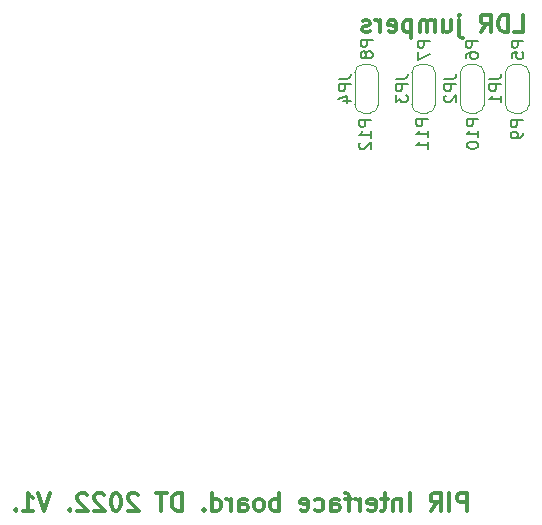
<source format=gbr>
G04 #@! TF.GenerationSoftware,KiCad,Pcbnew,(5.1.4)-1*
G04 #@! TF.CreationDate,2023-02-10T17:26:26+00:00*
G04 #@! TF.ProjectId,PIR InterfaceBoard,50495220-496e-4746-9572-66616365426f,rev?*
G04 #@! TF.SameCoordinates,Original*
G04 #@! TF.FileFunction,Legend,Bot*
G04 #@! TF.FilePolarity,Positive*
%FSLAX46Y46*%
G04 Gerber Fmt 4.6, Leading zero omitted, Abs format (unit mm)*
G04 Created by KiCad (PCBNEW (5.1.4)-1) date 2023-02-10 17:26:26*
%MOMM*%
%LPD*%
G04 APERTURE LIST*
%ADD10C,0.300000*%
%ADD11C,0.120000*%
%ADD12C,0.150000*%
G04 APERTURE END LIST*
D10*
X163007714Y-57511071D02*
X163722000Y-57511071D01*
X163722000Y-56011071D01*
X162507714Y-57511071D02*
X162507714Y-56011071D01*
X162150571Y-56011071D01*
X161936285Y-56082500D01*
X161793428Y-56225357D01*
X161722000Y-56368214D01*
X161650571Y-56653928D01*
X161650571Y-56868214D01*
X161722000Y-57153928D01*
X161793428Y-57296785D01*
X161936285Y-57439642D01*
X162150571Y-57511071D01*
X162507714Y-57511071D01*
X160150571Y-57511071D02*
X160650571Y-56796785D01*
X161007714Y-57511071D02*
X161007714Y-56011071D01*
X160436285Y-56011071D01*
X160293428Y-56082500D01*
X160222000Y-56153928D01*
X160150571Y-56296785D01*
X160150571Y-56511071D01*
X160222000Y-56653928D01*
X160293428Y-56725357D01*
X160436285Y-56796785D01*
X161007714Y-56796785D01*
X158364857Y-56511071D02*
X158364857Y-57796785D01*
X158436285Y-57939642D01*
X158579142Y-58011071D01*
X158650571Y-58011071D01*
X158364857Y-56011071D02*
X158436285Y-56082500D01*
X158364857Y-56153928D01*
X158293428Y-56082500D01*
X158364857Y-56011071D01*
X158364857Y-56153928D01*
X157007714Y-56511071D02*
X157007714Y-57511071D01*
X157650571Y-56511071D02*
X157650571Y-57296785D01*
X157579142Y-57439642D01*
X157436285Y-57511071D01*
X157222000Y-57511071D01*
X157079142Y-57439642D01*
X157007714Y-57368214D01*
X156293428Y-57511071D02*
X156293428Y-56511071D01*
X156293428Y-56653928D02*
X156222000Y-56582500D01*
X156079142Y-56511071D01*
X155864857Y-56511071D01*
X155722000Y-56582500D01*
X155650571Y-56725357D01*
X155650571Y-57511071D01*
X155650571Y-56725357D02*
X155579142Y-56582500D01*
X155436285Y-56511071D01*
X155222000Y-56511071D01*
X155079142Y-56582500D01*
X155007714Y-56725357D01*
X155007714Y-57511071D01*
X154293428Y-56511071D02*
X154293428Y-58011071D01*
X154293428Y-56582500D02*
X154150571Y-56511071D01*
X153864857Y-56511071D01*
X153722000Y-56582500D01*
X153650571Y-56653928D01*
X153579142Y-56796785D01*
X153579142Y-57225357D01*
X153650571Y-57368214D01*
X153722000Y-57439642D01*
X153864857Y-57511071D01*
X154150571Y-57511071D01*
X154293428Y-57439642D01*
X152364857Y-57439642D02*
X152507714Y-57511071D01*
X152793428Y-57511071D01*
X152936285Y-57439642D01*
X153007714Y-57296785D01*
X153007714Y-56725357D01*
X152936285Y-56582500D01*
X152793428Y-56511071D01*
X152507714Y-56511071D01*
X152364857Y-56582500D01*
X152293428Y-56725357D01*
X152293428Y-56868214D01*
X153007714Y-57011071D01*
X151650571Y-57511071D02*
X151650571Y-56511071D01*
X151650571Y-56796785D02*
X151579142Y-56653928D01*
X151507714Y-56582500D01*
X151364857Y-56511071D01*
X151222000Y-56511071D01*
X150793428Y-57439642D02*
X150650571Y-57511071D01*
X150364857Y-57511071D01*
X150222000Y-57439642D01*
X150150571Y-57296785D01*
X150150571Y-57225357D01*
X150222000Y-57082500D01*
X150364857Y-57011071D01*
X150579142Y-57011071D01*
X150722000Y-56939642D01*
X150793428Y-56796785D01*
X150793428Y-56725357D01*
X150722000Y-56582500D01*
X150579142Y-56511071D01*
X150364857Y-56511071D01*
X150222000Y-56582500D01*
X158997642Y-98024071D02*
X158997642Y-96524071D01*
X158426214Y-96524071D01*
X158283357Y-96595500D01*
X158211928Y-96666928D01*
X158140500Y-96809785D01*
X158140500Y-97024071D01*
X158211928Y-97166928D01*
X158283357Y-97238357D01*
X158426214Y-97309785D01*
X158997642Y-97309785D01*
X157497642Y-98024071D02*
X157497642Y-96524071D01*
X155926214Y-98024071D02*
X156426214Y-97309785D01*
X156783357Y-98024071D02*
X156783357Y-96524071D01*
X156211928Y-96524071D01*
X156069071Y-96595500D01*
X155997642Y-96666928D01*
X155926214Y-96809785D01*
X155926214Y-97024071D01*
X155997642Y-97166928D01*
X156069071Y-97238357D01*
X156211928Y-97309785D01*
X156783357Y-97309785D01*
X154140500Y-98024071D02*
X154140500Y-96524071D01*
X153426214Y-97024071D02*
X153426214Y-98024071D01*
X153426214Y-97166928D02*
X153354785Y-97095500D01*
X153211928Y-97024071D01*
X152997642Y-97024071D01*
X152854785Y-97095500D01*
X152783357Y-97238357D01*
X152783357Y-98024071D01*
X152283357Y-97024071D02*
X151711928Y-97024071D01*
X152069071Y-96524071D02*
X152069071Y-97809785D01*
X151997642Y-97952642D01*
X151854785Y-98024071D01*
X151711928Y-98024071D01*
X150640500Y-97952642D02*
X150783357Y-98024071D01*
X151069071Y-98024071D01*
X151211928Y-97952642D01*
X151283357Y-97809785D01*
X151283357Y-97238357D01*
X151211928Y-97095500D01*
X151069071Y-97024071D01*
X150783357Y-97024071D01*
X150640500Y-97095500D01*
X150569071Y-97238357D01*
X150569071Y-97381214D01*
X151283357Y-97524071D01*
X149926214Y-98024071D02*
X149926214Y-97024071D01*
X149926214Y-97309785D02*
X149854785Y-97166928D01*
X149783357Y-97095500D01*
X149640500Y-97024071D01*
X149497642Y-97024071D01*
X149211928Y-97024071D02*
X148640500Y-97024071D01*
X148997642Y-98024071D02*
X148997642Y-96738357D01*
X148926214Y-96595500D01*
X148783357Y-96524071D01*
X148640500Y-96524071D01*
X147497642Y-98024071D02*
X147497642Y-97238357D01*
X147569071Y-97095500D01*
X147711928Y-97024071D01*
X147997642Y-97024071D01*
X148140500Y-97095500D01*
X147497642Y-97952642D02*
X147640500Y-98024071D01*
X147997642Y-98024071D01*
X148140500Y-97952642D01*
X148211928Y-97809785D01*
X148211928Y-97666928D01*
X148140500Y-97524071D01*
X147997642Y-97452642D01*
X147640500Y-97452642D01*
X147497642Y-97381214D01*
X146140500Y-97952642D02*
X146283357Y-98024071D01*
X146569071Y-98024071D01*
X146711928Y-97952642D01*
X146783357Y-97881214D01*
X146854785Y-97738357D01*
X146854785Y-97309785D01*
X146783357Y-97166928D01*
X146711928Y-97095500D01*
X146569071Y-97024071D01*
X146283357Y-97024071D01*
X146140500Y-97095500D01*
X144926214Y-97952642D02*
X145069071Y-98024071D01*
X145354785Y-98024071D01*
X145497642Y-97952642D01*
X145569071Y-97809785D01*
X145569071Y-97238357D01*
X145497642Y-97095500D01*
X145354785Y-97024071D01*
X145069071Y-97024071D01*
X144926214Y-97095500D01*
X144854785Y-97238357D01*
X144854785Y-97381214D01*
X145569071Y-97524071D01*
X143069071Y-98024071D02*
X143069071Y-96524071D01*
X143069071Y-97095500D02*
X142926214Y-97024071D01*
X142640500Y-97024071D01*
X142497642Y-97095500D01*
X142426214Y-97166928D01*
X142354785Y-97309785D01*
X142354785Y-97738357D01*
X142426214Y-97881214D01*
X142497642Y-97952642D01*
X142640500Y-98024071D01*
X142926214Y-98024071D01*
X143069071Y-97952642D01*
X141497642Y-98024071D02*
X141640500Y-97952642D01*
X141711928Y-97881214D01*
X141783357Y-97738357D01*
X141783357Y-97309785D01*
X141711928Y-97166928D01*
X141640500Y-97095500D01*
X141497642Y-97024071D01*
X141283357Y-97024071D01*
X141140500Y-97095500D01*
X141069071Y-97166928D01*
X140997642Y-97309785D01*
X140997642Y-97738357D01*
X141069071Y-97881214D01*
X141140500Y-97952642D01*
X141283357Y-98024071D01*
X141497642Y-98024071D01*
X139711928Y-98024071D02*
X139711928Y-97238357D01*
X139783357Y-97095500D01*
X139926214Y-97024071D01*
X140211928Y-97024071D01*
X140354785Y-97095500D01*
X139711928Y-97952642D02*
X139854785Y-98024071D01*
X140211928Y-98024071D01*
X140354785Y-97952642D01*
X140426214Y-97809785D01*
X140426214Y-97666928D01*
X140354785Y-97524071D01*
X140211928Y-97452642D01*
X139854785Y-97452642D01*
X139711928Y-97381214D01*
X138997642Y-98024071D02*
X138997642Y-97024071D01*
X138997642Y-97309785D02*
X138926214Y-97166928D01*
X138854785Y-97095500D01*
X138711928Y-97024071D01*
X138569071Y-97024071D01*
X137426214Y-98024071D02*
X137426214Y-96524071D01*
X137426214Y-97952642D02*
X137569071Y-98024071D01*
X137854785Y-98024071D01*
X137997642Y-97952642D01*
X138069071Y-97881214D01*
X138140500Y-97738357D01*
X138140500Y-97309785D01*
X138069071Y-97166928D01*
X137997642Y-97095500D01*
X137854785Y-97024071D01*
X137569071Y-97024071D01*
X137426214Y-97095500D01*
X136711928Y-97881214D02*
X136640500Y-97952642D01*
X136711928Y-98024071D01*
X136783357Y-97952642D01*
X136711928Y-97881214D01*
X136711928Y-98024071D01*
X134854785Y-98024071D02*
X134854785Y-96524071D01*
X134497642Y-96524071D01*
X134283357Y-96595500D01*
X134140500Y-96738357D01*
X134069071Y-96881214D01*
X133997642Y-97166928D01*
X133997642Y-97381214D01*
X134069071Y-97666928D01*
X134140500Y-97809785D01*
X134283357Y-97952642D01*
X134497642Y-98024071D01*
X134854785Y-98024071D01*
X133569071Y-96524071D02*
X132711928Y-96524071D01*
X133140500Y-98024071D02*
X133140500Y-96524071D01*
X131140500Y-96666928D02*
X131069071Y-96595500D01*
X130926214Y-96524071D01*
X130569071Y-96524071D01*
X130426214Y-96595500D01*
X130354785Y-96666928D01*
X130283357Y-96809785D01*
X130283357Y-96952642D01*
X130354785Y-97166928D01*
X131211928Y-98024071D01*
X130283357Y-98024071D01*
X129354785Y-96524071D02*
X129211928Y-96524071D01*
X129069071Y-96595500D01*
X128997642Y-96666928D01*
X128926214Y-96809785D01*
X128854785Y-97095500D01*
X128854785Y-97452642D01*
X128926214Y-97738357D01*
X128997642Y-97881214D01*
X129069071Y-97952642D01*
X129211928Y-98024071D01*
X129354785Y-98024071D01*
X129497642Y-97952642D01*
X129569071Y-97881214D01*
X129640500Y-97738357D01*
X129711928Y-97452642D01*
X129711928Y-97095500D01*
X129640500Y-96809785D01*
X129569071Y-96666928D01*
X129497642Y-96595500D01*
X129354785Y-96524071D01*
X128283357Y-96666928D02*
X128211928Y-96595500D01*
X128069071Y-96524071D01*
X127711928Y-96524071D01*
X127569071Y-96595500D01*
X127497642Y-96666928D01*
X127426214Y-96809785D01*
X127426214Y-96952642D01*
X127497642Y-97166928D01*
X128354785Y-98024071D01*
X127426214Y-98024071D01*
X126854785Y-96666928D02*
X126783357Y-96595500D01*
X126640500Y-96524071D01*
X126283357Y-96524071D01*
X126140500Y-96595500D01*
X126069071Y-96666928D01*
X125997642Y-96809785D01*
X125997642Y-96952642D01*
X126069071Y-97166928D01*
X126926214Y-98024071D01*
X125997642Y-98024071D01*
X125354785Y-97881214D02*
X125283357Y-97952642D01*
X125354785Y-98024071D01*
X125426214Y-97952642D01*
X125354785Y-97881214D01*
X125354785Y-98024071D01*
X123711928Y-96524071D02*
X123211928Y-98024071D01*
X122711928Y-96524071D01*
X121426214Y-98024071D02*
X122283357Y-98024071D01*
X121854785Y-98024071D02*
X121854785Y-96524071D01*
X121997642Y-96738357D01*
X122140500Y-96881214D01*
X122283357Y-96952642D01*
X120783357Y-97881214D02*
X120711928Y-97952642D01*
X120783357Y-98024071D01*
X120854785Y-97952642D01*
X120783357Y-97881214D01*
X120783357Y-98024071D01*
D11*
X150195000Y-60243500D02*
G75*
G03X149495000Y-60943500I0J-700000D01*
G01*
X151495000Y-60943500D02*
G75*
G03X150795000Y-60243500I-700000J0D01*
G01*
X150795000Y-64343500D02*
G75*
G03X151495000Y-63643500I0J700000D01*
G01*
X149495000Y-63643500D02*
G75*
G03X150195000Y-64343500I700000J0D01*
G01*
X149495000Y-60893500D02*
X149495000Y-63693500D01*
X150195000Y-64343500D02*
X150795000Y-64343500D01*
X151495000Y-63693500D02*
X151495000Y-60893500D01*
X150795000Y-60243500D02*
X150195000Y-60243500D01*
X155021000Y-60243500D02*
G75*
G03X154321000Y-60943500I0J-700000D01*
G01*
X156321000Y-60943500D02*
G75*
G03X155621000Y-60243500I-700000J0D01*
G01*
X155621000Y-64343500D02*
G75*
G03X156321000Y-63643500I0J700000D01*
G01*
X154321000Y-63643500D02*
G75*
G03X155021000Y-64343500I700000J0D01*
G01*
X154321000Y-60893500D02*
X154321000Y-63693500D01*
X155021000Y-64343500D02*
X155621000Y-64343500D01*
X156321000Y-63693500D02*
X156321000Y-60893500D01*
X155621000Y-60243500D02*
X155021000Y-60243500D01*
X159148500Y-60243500D02*
G75*
G03X158448500Y-60943500I0J-700000D01*
G01*
X160448500Y-60943500D02*
G75*
G03X159748500Y-60243500I-700000J0D01*
G01*
X159748500Y-64343500D02*
G75*
G03X160448500Y-63643500I0J700000D01*
G01*
X158448500Y-63643500D02*
G75*
G03X159148500Y-64343500I700000J0D01*
G01*
X158448500Y-60893500D02*
X158448500Y-63693500D01*
X159148500Y-64343500D02*
X159748500Y-64343500D01*
X160448500Y-63693500D02*
X160448500Y-60893500D01*
X159748500Y-60243500D02*
X159148500Y-60243500D01*
X162958500Y-60243500D02*
G75*
G03X162258500Y-60943500I0J-700000D01*
G01*
X164258500Y-60943500D02*
G75*
G03X163558500Y-60243500I-700000J0D01*
G01*
X163558500Y-64343500D02*
G75*
G03X164258500Y-63643500I0J700000D01*
G01*
X162258500Y-63643500D02*
G75*
G03X162958500Y-64343500I700000J0D01*
G01*
X162258500Y-60893500D02*
X162258500Y-63693500D01*
X162958500Y-64343500D02*
X163558500Y-64343500D01*
X164258500Y-63693500D02*
X164258500Y-60893500D01*
X163558500Y-60243500D02*
X162958500Y-60243500D01*
D12*
X148147380Y-61460166D02*
X148861666Y-61460166D01*
X149004523Y-61412547D01*
X149099761Y-61317309D01*
X149147380Y-61174452D01*
X149147380Y-61079214D01*
X149147380Y-61936357D02*
X148147380Y-61936357D01*
X148147380Y-62317309D01*
X148195000Y-62412547D01*
X148242619Y-62460166D01*
X148337857Y-62507785D01*
X148480714Y-62507785D01*
X148575952Y-62460166D01*
X148623571Y-62412547D01*
X148671190Y-62317309D01*
X148671190Y-61936357D01*
X148480714Y-63364928D02*
X149147380Y-63364928D01*
X148099761Y-63126833D02*
X148814047Y-62888738D01*
X148814047Y-63507785D01*
X151010880Y-58189904D02*
X150010880Y-58189904D01*
X150010880Y-58570857D01*
X150058500Y-58666095D01*
X150106119Y-58713714D01*
X150201357Y-58761333D01*
X150344214Y-58761333D01*
X150439452Y-58713714D01*
X150487071Y-58666095D01*
X150534690Y-58570857D01*
X150534690Y-58189904D01*
X150439452Y-59332761D02*
X150391833Y-59237523D01*
X150344214Y-59189904D01*
X150248976Y-59142285D01*
X150201357Y-59142285D01*
X150106119Y-59189904D01*
X150058500Y-59237523D01*
X150010880Y-59332761D01*
X150010880Y-59523238D01*
X150058500Y-59618476D01*
X150106119Y-59666095D01*
X150201357Y-59713714D01*
X150248976Y-59713714D01*
X150344214Y-59666095D01*
X150391833Y-59618476D01*
X150439452Y-59523238D01*
X150439452Y-59332761D01*
X150487071Y-59237523D01*
X150534690Y-59189904D01*
X150629928Y-59142285D01*
X150820404Y-59142285D01*
X150915642Y-59189904D01*
X150963261Y-59237523D01*
X151010880Y-59332761D01*
X151010880Y-59523238D01*
X150963261Y-59618476D01*
X150915642Y-59666095D01*
X150820404Y-59713714D01*
X150629928Y-59713714D01*
X150534690Y-59666095D01*
X150487071Y-59618476D01*
X150439452Y-59523238D01*
X150883880Y-64952714D02*
X149883880Y-64952714D01*
X149883880Y-65333666D01*
X149931500Y-65428904D01*
X149979119Y-65476523D01*
X150074357Y-65524142D01*
X150217214Y-65524142D01*
X150312452Y-65476523D01*
X150360071Y-65428904D01*
X150407690Y-65333666D01*
X150407690Y-64952714D01*
X150883880Y-66476523D02*
X150883880Y-65905095D01*
X150883880Y-66190809D02*
X149883880Y-66190809D01*
X150026738Y-66095571D01*
X150121976Y-66000333D01*
X150169595Y-65905095D01*
X149979119Y-66857476D02*
X149931500Y-66905095D01*
X149883880Y-67000333D01*
X149883880Y-67238428D01*
X149931500Y-67333666D01*
X149979119Y-67381285D01*
X150074357Y-67428904D01*
X150169595Y-67428904D01*
X150312452Y-67381285D01*
X150883880Y-66809857D01*
X150883880Y-67428904D01*
X152973380Y-61460166D02*
X153687666Y-61460166D01*
X153830523Y-61412547D01*
X153925761Y-61317309D01*
X153973380Y-61174452D01*
X153973380Y-61079214D01*
X153973380Y-61936357D02*
X152973380Y-61936357D01*
X152973380Y-62317309D01*
X153021000Y-62412547D01*
X153068619Y-62460166D01*
X153163857Y-62507785D01*
X153306714Y-62507785D01*
X153401952Y-62460166D01*
X153449571Y-62412547D01*
X153497190Y-62317309D01*
X153497190Y-61936357D01*
X152973380Y-62841119D02*
X152973380Y-63460166D01*
X153354333Y-63126833D01*
X153354333Y-63269690D01*
X153401952Y-63364928D01*
X153449571Y-63412547D01*
X153544809Y-63460166D01*
X153782904Y-63460166D01*
X153878142Y-63412547D01*
X153925761Y-63364928D01*
X153973380Y-63269690D01*
X153973380Y-62983976D01*
X153925761Y-62888738D01*
X153878142Y-62841119D01*
X155836880Y-58253404D02*
X154836880Y-58253404D01*
X154836880Y-58634357D01*
X154884500Y-58729595D01*
X154932119Y-58777214D01*
X155027357Y-58824833D01*
X155170214Y-58824833D01*
X155265452Y-58777214D01*
X155313071Y-58729595D01*
X155360690Y-58634357D01*
X155360690Y-58253404D01*
X154836880Y-59158166D02*
X154836880Y-59824833D01*
X155836880Y-59396261D01*
X155709880Y-64889214D02*
X154709880Y-64889214D01*
X154709880Y-65270166D01*
X154757500Y-65365404D01*
X154805119Y-65413023D01*
X154900357Y-65460642D01*
X155043214Y-65460642D01*
X155138452Y-65413023D01*
X155186071Y-65365404D01*
X155233690Y-65270166D01*
X155233690Y-64889214D01*
X155709880Y-66413023D02*
X155709880Y-65841595D01*
X155709880Y-66127309D02*
X154709880Y-66127309D01*
X154852738Y-66032071D01*
X154947976Y-65936833D01*
X154995595Y-65841595D01*
X155709880Y-67365404D02*
X155709880Y-66793976D01*
X155709880Y-67079690D02*
X154709880Y-67079690D01*
X154852738Y-66984452D01*
X154947976Y-66889214D01*
X154995595Y-66793976D01*
X157100880Y-61460166D02*
X157815166Y-61460166D01*
X157958023Y-61412547D01*
X158053261Y-61317309D01*
X158100880Y-61174452D01*
X158100880Y-61079214D01*
X158100880Y-61936357D02*
X157100880Y-61936357D01*
X157100880Y-62317309D01*
X157148500Y-62412547D01*
X157196119Y-62460166D01*
X157291357Y-62507785D01*
X157434214Y-62507785D01*
X157529452Y-62460166D01*
X157577071Y-62412547D01*
X157624690Y-62317309D01*
X157624690Y-61936357D01*
X157196119Y-62888738D02*
X157148500Y-62936357D01*
X157100880Y-63031595D01*
X157100880Y-63269690D01*
X157148500Y-63364928D01*
X157196119Y-63412547D01*
X157291357Y-63460166D01*
X157386595Y-63460166D01*
X157529452Y-63412547D01*
X158100880Y-62841119D01*
X158100880Y-63460166D01*
X159900880Y-58253404D02*
X158900880Y-58253404D01*
X158900880Y-58634357D01*
X158948500Y-58729595D01*
X158996119Y-58777214D01*
X159091357Y-58824833D01*
X159234214Y-58824833D01*
X159329452Y-58777214D01*
X159377071Y-58729595D01*
X159424690Y-58634357D01*
X159424690Y-58253404D01*
X158900880Y-59681976D02*
X158900880Y-59491500D01*
X158948500Y-59396261D01*
X158996119Y-59348642D01*
X159138976Y-59253404D01*
X159329452Y-59205785D01*
X159710404Y-59205785D01*
X159805642Y-59253404D01*
X159853261Y-59301023D01*
X159900880Y-59396261D01*
X159900880Y-59586738D01*
X159853261Y-59681976D01*
X159805642Y-59729595D01*
X159710404Y-59777214D01*
X159472309Y-59777214D01*
X159377071Y-59729595D01*
X159329452Y-59681976D01*
X159281833Y-59586738D01*
X159281833Y-59396261D01*
X159329452Y-59301023D01*
X159377071Y-59253404D01*
X159472309Y-59205785D01*
X159964380Y-64889214D02*
X158964380Y-64889214D01*
X158964380Y-65270166D01*
X159012000Y-65365404D01*
X159059619Y-65413023D01*
X159154857Y-65460642D01*
X159297714Y-65460642D01*
X159392952Y-65413023D01*
X159440571Y-65365404D01*
X159488190Y-65270166D01*
X159488190Y-64889214D01*
X159964380Y-66413023D02*
X159964380Y-65841595D01*
X159964380Y-66127309D02*
X158964380Y-66127309D01*
X159107238Y-66032071D01*
X159202476Y-65936833D01*
X159250095Y-65841595D01*
X158964380Y-67032071D02*
X158964380Y-67127309D01*
X159012000Y-67222547D01*
X159059619Y-67270166D01*
X159154857Y-67317785D01*
X159345333Y-67365404D01*
X159583428Y-67365404D01*
X159773904Y-67317785D01*
X159869142Y-67270166D01*
X159916761Y-67222547D01*
X159964380Y-67127309D01*
X159964380Y-67032071D01*
X159916761Y-66936833D01*
X159869142Y-66889214D01*
X159773904Y-66841595D01*
X159583428Y-66793976D01*
X159345333Y-66793976D01*
X159154857Y-66841595D01*
X159059619Y-66889214D01*
X159012000Y-66936833D01*
X158964380Y-67032071D01*
X160910880Y-61460166D02*
X161625166Y-61460166D01*
X161768023Y-61412547D01*
X161863261Y-61317309D01*
X161910880Y-61174452D01*
X161910880Y-61079214D01*
X161910880Y-61936357D02*
X160910880Y-61936357D01*
X160910880Y-62317309D01*
X160958500Y-62412547D01*
X161006119Y-62460166D01*
X161101357Y-62507785D01*
X161244214Y-62507785D01*
X161339452Y-62460166D01*
X161387071Y-62412547D01*
X161434690Y-62317309D01*
X161434690Y-61936357D01*
X161910880Y-63460166D02*
X161910880Y-62888738D01*
X161910880Y-63174452D02*
X160910880Y-63174452D01*
X161053738Y-63079214D01*
X161148976Y-62983976D01*
X161196595Y-62888738D01*
X163774380Y-58253404D02*
X162774380Y-58253404D01*
X162774380Y-58634357D01*
X162822000Y-58729595D01*
X162869619Y-58777214D01*
X162964857Y-58824833D01*
X163107714Y-58824833D01*
X163202952Y-58777214D01*
X163250571Y-58729595D01*
X163298190Y-58634357D01*
X163298190Y-58253404D01*
X162774380Y-59729595D02*
X162774380Y-59253404D01*
X163250571Y-59205785D01*
X163202952Y-59253404D01*
X163155333Y-59348642D01*
X163155333Y-59586738D01*
X163202952Y-59681976D01*
X163250571Y-59729595D01*
X163345809Y-59777214D01*
X163583904Y-59777214D01*
X163679142Y-59729595D01*
X163726761Y-59681976D01*
X163774380Y-59586738D01*
X163774380Y-59348642D01*
X163726761Y-59253404D01*
X163679142Y-59205785D01*
X163710880Y-64984404D02*
X162710880Y-64984404D01*
X162710880Y-65365357D01*
X162758500Y-65460595D01*
X162806119Y-65508214D01*
X162901357Y-65555833D01*
X163044214Y-65555833D01*
X163139452Y-65508214D01*
X163187071Y-65460595D01*
X163234690Y-65365357D01*
X163234690Y-64984404D01*
X163710880Y-66032023D02*
X163710880Y-66222500D01*
X163663261Y-66317738D01*
X163615642Y-66365357D01*
X163472785Y-66460595D01*
X163282309Y-66508214D01*
X162901357Y-66508214D01*
X162806119Y-66460595D01*
X162758500Y-66412976D01*
X162710880Y-66317738D01*
X162710880Y-66127261D01*
X162758500Y-66032023D01*
X162806119Y-65984404D01*
X162901357Y-65936785D01*
X163139452Y-65936785D01*
X163234690Y-65984404D01*
X163282309Y-66032023D01*
X163329928Y-66127261D01*
X163329928Y-66317738D01*
X163282309Y-66412976D01*
X163234690Y-66460595D01*
X163139452Y-66508214D01*
M02*

</source>
